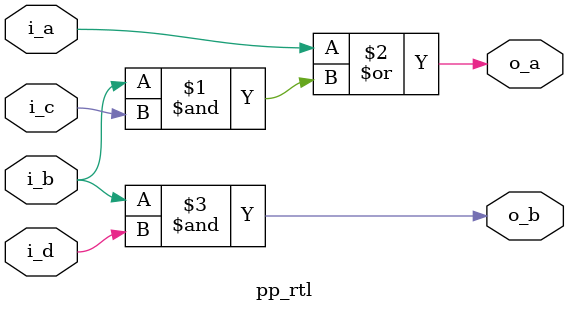
<source format=v>
module pp_rtl 
(
    input  wire i_a ,
    input  wire i_b ,
    input  wire i_c ,
    input  wire i_d ,
    output wire o_a ,
    output wire o_b 
); 
assign o_a = i_a | ( i_b & i_c ) ;
assign o_b = i_b & i_d ;
endmodule  

</source>
